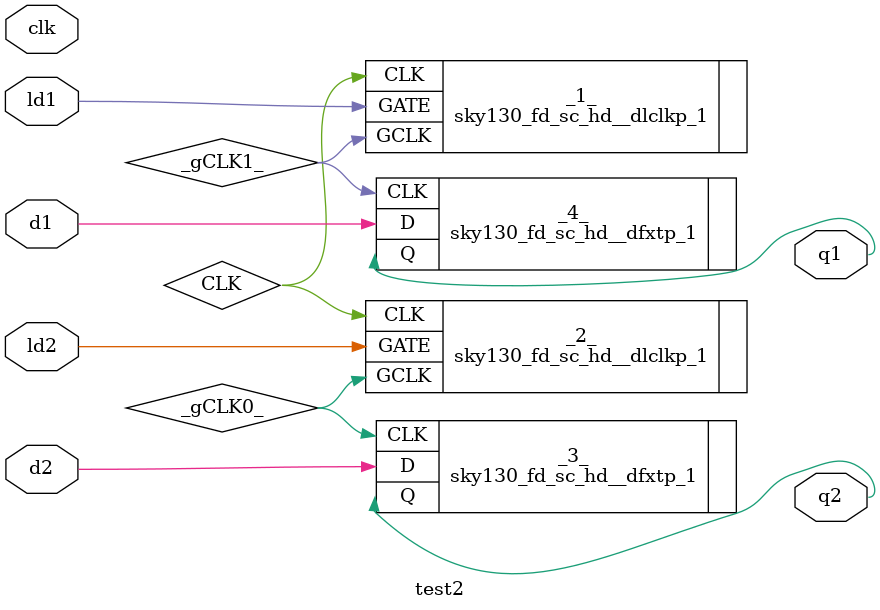
<source format=v>
`include "primitives.v"
`include "sky130_hd.v"

module test2(d1, d2, clk, ld1, ld2, q1, q2);

  wire _gCLK0_ ;
  wire _gCLK1_ ;
  input clk;
  input d1;
  input d2;
  input ld1;
  input ld2;
  output q1;
  output q2;
  sky130_fd_sc_hd__dlclkp_1 _1_ (
   .GCLK(_gCLK1_),
   .CLK(CLK),
   .GATE(ld1)
  );
  sky130_fd_sc_hd__dlclkp_1 _2_ (
   .GCLK(_gCLK0_),
   .CLK(CLK),
   .GATE(ld2)
  );
    sky130_fd_sc_hd__dfxtp_1 _3_ (
   .CLK(_gCLK0_),
   .D(d2),
   .Q(q2)
  );
    sky130_fd_sc_hd__dfxtp_1 _4_ (
   .CLK(_gCLK1_),
   .D(d1),
   .Q(q1)
  );
endmodule

</source>
